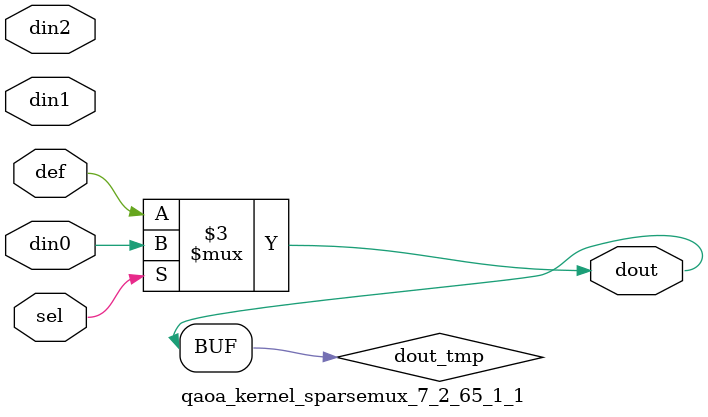
<source format=v>
`timescale 1ns / 1ps

module qaoa_kernel_sparsemux_7_2_65_1_1 (din0,din1,din2,def,sel,dout);

parameter din0_WIDTH = 1;

parameter din1_WIDTH = 1;

parameter din2_WIDTH = 1;

parameter def_WIDTH = 1;
parameter sel_WIDTH = 1;
parameter dout_WIDTH = 1;

parameter [sel_WIDTH-1:0] CASE0 = 1;

parameter [sel_WIDTH-1:0] CASE1 = 1;

parameter [sel_WIDTH-1:0] CASE2 = 1;

parameter ID = 1;
parameter NUM_STAGE = 1;



input [din0_WIDTH-1:0] din0;

input [din1_WIDTH-1:0] din1;

input [din2_WIDTH-1:0] din2;

input [def_WIDTH-1:0] def;
input [sel_WIDTH-1:0] sel;

output [dout_WIDTH-1:0] dout;



reg [dout_WIDTH-1:0] dout_tmp;


always @ (*) begin
(* parallel_case *) case (sel)
    
    CASE0 : dout_tmp = din0;
    
    CASE1 : dout_tmp = din1;
    
    CASE2 : dout_tmp = din2;
    
    default : dout_tmp = def;
endcase
end


assign dout = dout_tmp;



endmodule

</source>
